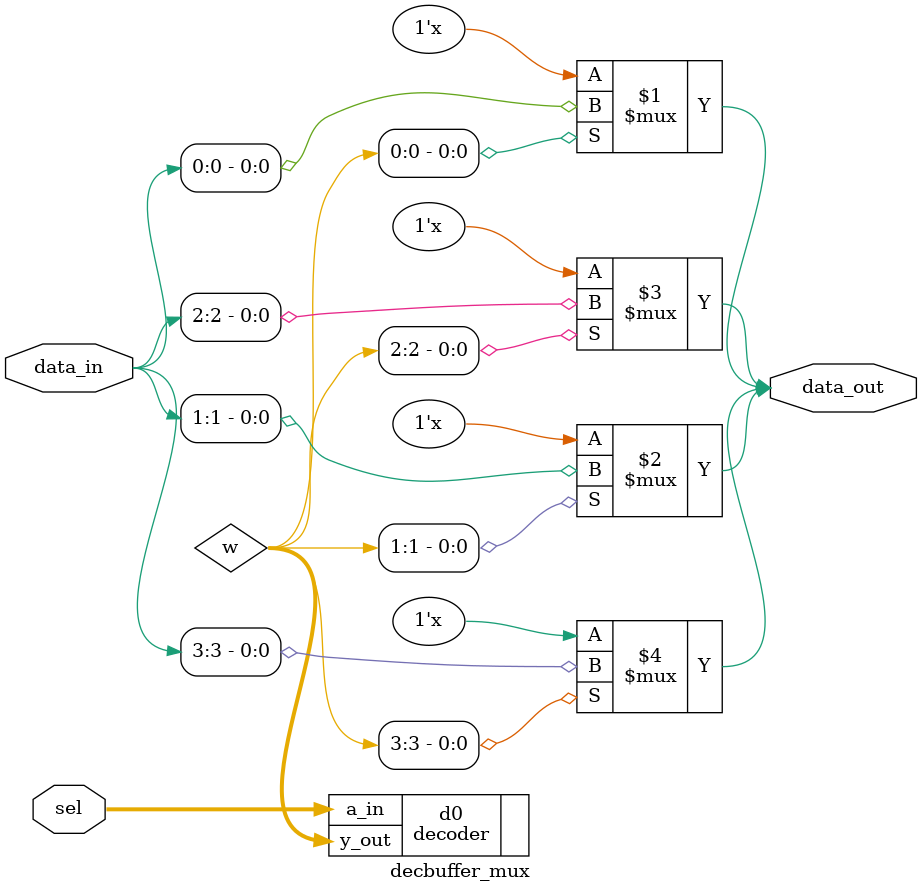
<source format=v>
module decbuffer_mux(input [3:0] data_in, 
		     input [1:0] sel,
		     output data_out);

wire [3:0] w;
wire s0,s1,s2,s3;


decoder d0(.a_in(sel),.y_out(w));

bufif1 b0(data_out,data_in[0],w[0]);
bufif1 b1(data_out,data_in[1],w[1]);
bufif1 b2(data_out,data_in[2],w[2]);
bufif1 b3(data_out,data_in[3],w[3]);


endmodule

</source>
